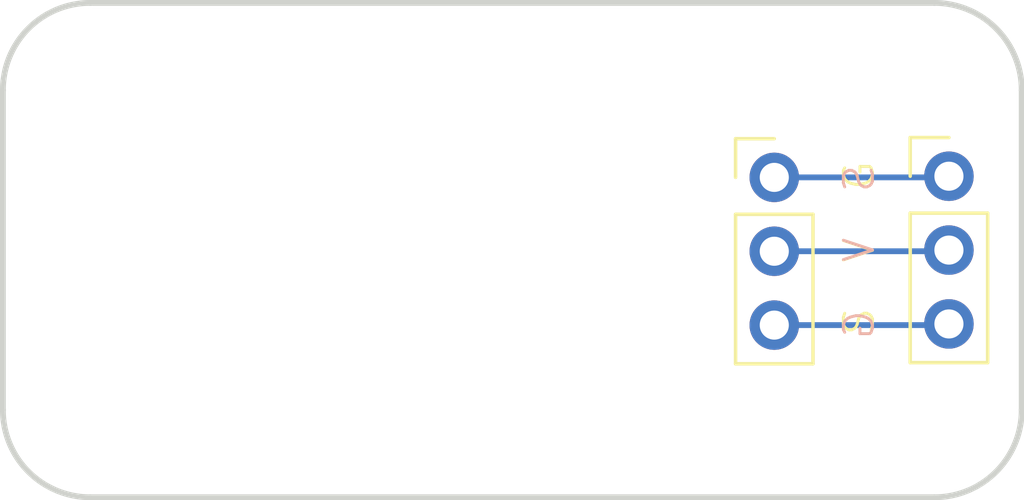
<source format=kicad_pcb>
(kicad_pcb (version 20240108) (generator "pcbnew") (generator_version "8.0")
  (title_block (title "BitMakeLab Component") (date "2024-05-14") (rev "1") (company "Think Create Learn"))
  (layers (0 "F.Cu" signal) (31 "B.Cu" signal) (34 "B.Paste" user) (35 "F.Paste" user) (36 "B.SilkS" user "B.Silkscreen") (37 "F.SilkS" user "F.Silkscreen") (38 "B.Mask" user) (39 "F.Mask" user) (44 "Edge.Cuts" user))
  (net 0 "")
  (net 1 "/GND")
  (net 2 "/3V3")
  (net 3 "/SIGNAL")
  (footprint "Connector_PinHeader_2.54mm:PinHeader_1x03_P2.54mm_Vertical" (layer "F.Cu") (at 123.5 53)
    (property "Reference" "J2" (hide yes))
    (property "Value" "Conn_01x03_Pin")
    (fp_line (start -1.33 -1.33) (end 0 -1.33) (stroke (width 0.12)) (layer "F.SilkS"))
    (fp_line (start -1.33 0) (end -1.33 -1.33) (stroke (width 0.12)) (layer "F.SilkS"))
    (fp_line (start -1.33 1.27) (end -1.33 6.41) (stroke (width 0.12)) (layer "F.SilkS"))
    (fp_line (start -1.33 1.27) (end 1.33 1.27) (stroke (width 0.12)) (layer "F.SilkS"))
    (fp_line (start -1.33 6.41) (end 1.33 6.41) (stroke (width 0.12)) (layer "F.SilkS"))
    (fp_line (start 1.33 1.27) (end 1.33 6.41) (stroke (width 0.12)) (layer "F.SilkS"))
    (pad "1" thru_hole circle (at 0 0) (size 1.7 1.7) (drill 1) (layers "*.Cu" "*.Mask") (net 1 "/GND"))
    (pad "2" thru_hole oval (at 0 2.54) (size 1.7 1.7) (drill 1) (layers "*.Cu" "*.Mask") (net 2 "/3V3"))
    (pad "3" thru_hole oval (at 0 5.08) (size 1.7 1.7) (drill 1) (layers "*.Cu" "*.Mask") (net 3 "/SIGNAL"))
  )
  (footprint "Connector_PinHeader_2.54mm:PinHeader_1x03_P2.54mm_Vertical" (layer "F.Cu") (at 129.5 52.96)
    (property "Reference" "J1" (hide yes))
    (property "Value" "Conn_01x03_Pin")
    (fp_line (start -1.33 -1.33) (end 0 -1.33) (stroke (width 0.12)) (layer "F.SilkS"))
    (fp_line (start -1.33 0) (end -1.33 -1.33) (stroke (width 0.12)) (layer "F.SilkS"))
    (fp_line (start -1.33 1.27) (end -1.33 6.41) (stroke (width 0.12)) (layer "F.SilkS"))
    (fp_line (start -1.33 1.27) (end 1.33 1.27) (stroke (width 0.12)) (layer "F.SilkS"))
    (fp_line (start -1.33 6.41) (end 1.33 6.41) (stroke (width 0.12)) (layer "F.SilkS"))
    (fp_line (start 1.33 1.27) (end 1.33 6.41) (stroke (width 0.12)) (layer "F.SilkS"))
    (pad "1" thru_hole circle (at 0 0) (size 1.7 1.7) (drill 1) (layers "*.Cu" "*.Mask") (net 1 "/GND"))
    (pad "2" thru_hole oval (at 0 2.54) (size 1.7 1.7) (drill 1) (layers "*.Cu" "*.Mask") (net 2 "/3V3"))
    (pad "3" thru_hole oval (at 0 5.08) (size 1.7 1.7) (drill 1) (layers "*.Cu" "*.Mask") (net 3 "/SIGNAL"))
  )
  (gr_line (start 97 50) (end 97 61) (stroke (width 0.2)) (layer "Edge.Cuts"))
  (gr_arc (start 97 50) (mid 97.87868 47.87868) (end 100 47) (stroke (width 0.2)) (layer "Edge.Cuts"))
  (gr_arc (start 132 61) (mid 131.12132 63.12132) (end 129 64) (stroke (width 0.2)) (layer "Edge.Cuts"))
  (gr_arc (start 100 64) (mid 97.87868 63.12132) (end 97 61) (stroke (width 0.2)) (layer "Edge.Cuts"))
  (gr_line (start 100 47) (end 129 47) (stroke (width 0.2)) (layer "Edge.Cuts"))
  (gr_line (start 132 50) (end 132 61) (stroke (width 0.2)) (layer "Edge.Cuts"))
  (gr_line (start 129 64) (end 100 64) (stroke (width 0.2)) (layer "Edge.Cuts"))
  (gr_arc (start 129 47) (mid 131.12132 47.87868) (end 132 50) (stroke (width 0.2)) (layer "Edge.Cuts"))
  (gr_text "G" (at 127 57.5 90) (layer "B.SilkS") (effects (font (size 1 1) (thickness 0.1)) (justify left bottom mirror)))
  (gr_text "V" (at 127 55 90) (layer "B.SilkS") (effects (font (size 1 1) (thickness 0.1)) (justify left bottom mirror)))
  (gr_text "S" (at 127 52.5 90) (layer "B.SilkS") (effects (font (size 1 1) (thickness 0.1)) (justify left bottom mirror)))
  (gr_text "G" (at 127 53.5 90) (layer "F.SilkS") (effects (font (size 1 1) (thickness 0.1)) (justify left bottom)))
  (gr_text "S" (at 127 58.5 90) (layer "F.SilkS") (effects (font (size 1 1) (thickness 0.1)) (justify left bottom)))
  (gr_text "V" (at 127 56 90) (layer "F.SilkS") (effects (font (size 1 1) (thickness 0.1)) (justify left bottom)))
  (segment (start 129.46 53) (end 129.5 52.96) (width 0.2) (layer "B.Cu") (net 1))
  (segment (start 123.5 53) (end 129.46 53) (width 0.2) (layer "B.Cu") (net 1))
  (segment (start 129.46 55.54) (end 129.5 55.5) (width 0.2) (layer "B.Cu") (net 2))
  (segment (start 123.5 55.54) (end 129.46 55.54) (width 0.2) (layer "B.Cu") (net 2))
  (segment (start 123.5 58.08) (end 129.46 58.08) (width 0.2) (layer "B.Cu") (net 3))
  (segment (start 129.46 58.08) (end 129.5 58.04) (width 0.2) (layer "B.Cu") (net 3))
)
</source>
